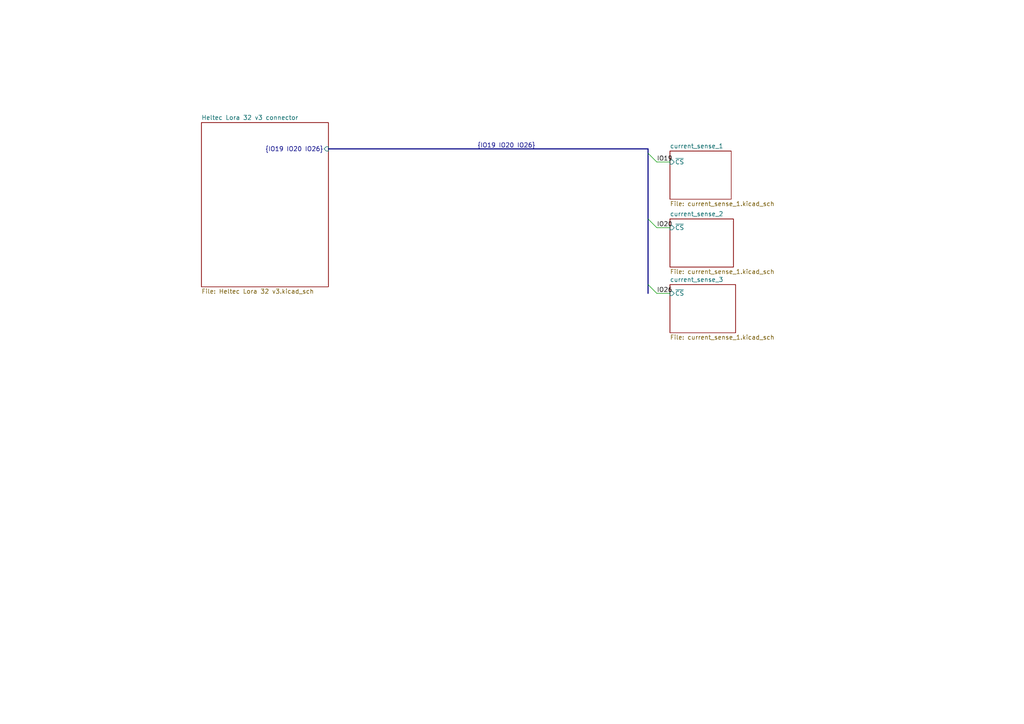
<source format=kicad_sch>
(kicad_sch
	(version 20231120)
	(generator "eeschema")
	(generator_version "8.0")
	(uuid "dbd8ba43-d498-4323-a547-19d121a17fa6")
	(paper "A4")
	(title_block
		(title "LoraPowah")
		(date "2024-06-12")
		(rev "1.0")
		(company "Trinaps / Enerwize")
		(comment 1 "Julien Escario")
	)
	(lib_symbols)
	(bus_entry
		(at 187.96 63.5)
		(size 2.54 2.54)
		(stroke
			(width 0)
			(type default)
		)
		(uuid "1a9b2089-ed34-4f5f-8790-daae1d91d3d9")
	)
	(bus_entry
		(at 187.96 44.45)
		(size 2.54 2.54)
		(stroke
			(width 0)
			(type default)
		)
		(uuid "54259d7e-2ab7-4d47-8777-c6e5c24e0a94")
	)
	(bus_entry
		(at 187.96 82.55)
		(size 2.54 2.54)
		(stroke
			(width 0)
			(type default)
		)
		(uuid "5b62908c-de25-4e09-a524-3656c666fc4f")
	)
	(bus
		(pts
			(xy 187.96 63.5) (xy 187.96 82.55)
		)
		(stroke
			(width 0)
			(type default)
		)
		(uuid "03da8c30-68c8-44f1-ae4f-6b405ae6a8b0")
	)
	(bus
		(pts
			(xy 187.96 82.55) (xy 187.96 85.09)
		)
		(stroke
			(width 0)
			(type default)
		)
		(uuid "049b8a22-046e-44f0-98bf-3442204a1e32")
	)
	(bus
		(pts
			(xy 187.96 44.45) (xy 187.96 63.5)
		)
		(stroke
			(width 0)
			(type default)
		)
		(uuid "306e74af-2b44-4377-9dad-27cc87ff6004")
	)
	(bus
		(pts
			(xy 95.25 43.18) (xy 187.96 43.18)
		)
		(stroke
			(width 0)
			(type default)
		)
		(uuid "5d43118d-a577-4881-840a-14b1a2961304")
	)
	(bus
		(pts
			(xy 187.96 43.18) (xy 187.96 44.45)
		)
		(stroke
			(width 0)
			(type default)
		)
		(uuid "7c103737-aff5-47dd-bb1c-54684b3668a6")
	)
	(wire
		(pts
			(xy 190.5 85.09) (xy 194.31 85.09)
		)
		(stroke
			(width 0)
			(type default)
		)
		(uuid "b6b0a70d-7086-4177-91d7-001bd27b20f4")
	)
	(wire
		(pts
			(xy 190.5 66.04) (xy 194.31 66.04)
		)
		(stroke
			(width 0)
			(type default)
		)
		(uuid "e1ef3ce7-42c9-465f-9c58-5dd54f079c40")
	)
	(wire
		(pts
			(xy 190.5 46.99) (xy 194.31 46.99)
		)
		(stroke
			(width 0)
			(type default)
		)
		(uuid "e60c25d5-47a9-4677-a174-2b855d8043f6")
	)
	(label "IO19"
		(at 190.5 46.99 0)
		(fields_autoplaced yes)
		(effects
			(font
				(size 1.27 1.27)
			)
			(justify left bottom)
		)
		(uuid "05a3e887-1026-4831-b414-48038840a603")
	)
	(label "IO20"
		(at 190.5 66.04 0)
		(fields_autoplaced yes)
		(effects
			(font
				(size 1.27 1.27)
			)
			(justify left bottom)
		)
		(uuid "08d97d03-61aa-4e7f-be62-3a6a6feb39d9")
	)
	(label "{IO19 IO20 IO26}"
		(at 138.43 43.18 0)
		(fields_autoplaced yes)
		(effects
			(font
				(size 1.27 1.27)
			)
			(justify left bottom)
		)
		(uuid "47d54b5e-8eee-4834-a367-1b830341ebff")
	)
	(label "IO26"
		(at 190.5 85.09 0)
		(fields_autoplaced yes)
		(effects
			(font
				(size 1.27 1.27)
			)
			(justify left bottom)
		)
		(uuid "76dc2647-aaa9-4b9d-8bee-d7c17cf449c5")
	)
	(sheet
		(at 58.42 35.56)
		(size 36.83 47.625)
		(fields_autoplaced yes)
		(stroke
			(width 0.1524)
			(type solid)
		)
		(fill
			(color 0 0 0 0.0000)
		)
		(uuid "31ffc315-27ec-468f-a345-4dfd56547e76")
		(property "Sheetname" "Heltec Lora 32 v3 connector"
			(at 58.42 34.8484 0)
			(effects
				(font
					(size 1.27 1.27)
				)
				(justify left bottom)
			)
		)
		(property "Sheetfile" "Heltec Lora 32 v3.kicad_sch"
			(at 58.42 83.7696 0)
			(effects
				(font
					(size 1.27 1.27)
				)
				(justify left top)
			)
		)
		(pin "{IO19 IO20 IO26}" input
			(at 95.25 43.18 0)
			(effects
				(font
					(size 1.27 1.27)
				)
				(justify right)
			)
			(uuid "96582fb3-c631-4466-91f6-321e4067f7f9")
		)
		(instances
			(project "Lora-Mainboard"
				(path "/dbd8ba43-d498-4323-a547-19d121a17fa6"
					(page "2")
				)
			)
		)
	)
	(sheet
		(at 194.31 63.5)
		(size 18.415 13.97)
		(fields_autoplaced yes)
		(stroke
			(width 0.1524)
			(type solid)
		)
		(fill
			(color 0 0 0 0.0000)
		)
		(uuid "5cc3e7e9-6ae0-4c1a-89f0-26741cd67766")
		(property "Sheetname" "current_sense_2"
			(at 194.31 62.7884 0)
			(effects
				(font
					(size 1.27 1.27)
				)
				(justify left bottom)
			)
		)
		(property "Sheetfile" "current_sense_1.kicad_sch"
			(at 194.31 78.0546 0)
			(effects
				(font
					(size 1.27 1.27)
				)
				(justify left top)
			)
		)
		(pin "~{CS}" input
			(at 194.31 66.04 180)
			(effects
				(font
					(size 1.27 1.27)
				)
				(justify left)
			)
			(uuid "d636c50f-ea99-45be-95c8-99da7827c3e6")
		)
		(instances
			(project "Lora-Mainboard"
				(path "/dbd8ba43-d498-4323-a547-19d121a17fa6"
					(page "4")
				)
			)
		)
	)
	(sheet
		(at 194.31 43.815)
		(size 17.78 13.97)
		(fields_autoplaced yes)
		(stroke
			(width 0.1524)
			(type solid)
		)
		(fill
			(color 0 0 0 0.0000)
		)
		(uuid "942329d2-d12d-447a-ba42-7fb9ab5f1c57")
		(property "Sheetname" "current_sense_1"
			(at 194.31 43.1034 0)
			(effects
				(font
					(size 1.27 1.27)
				)
				(justify left bottom)
			)
		)
		(property "Sheetfile" "current_sense_1.kicad_sch"
			(at 194.31 58.3696 0)
			(effects
				(font
					(size 1.27 1.27)
				)
				(justify left top)
			)
		)
		(pin "~{CS}" input
			(at 194.31 46.99 180)
			(effects
				(font
					(size 1.27 1.27)
				)
				(justify left)
			)
			(uuid "32649163-71b5-4ca3-a8ec-1dc1dfe0d4d2")
		)
		(instances
			(project "Lora-Mainboard"
				(path "/dbd8ba43-d498-4323-a547-19d121a17fa6"
					(page "3")
				)
			)
		)
	)
	(sheet
		(at 194.31 82.55)
		(size 19.05 13.97)
		(fields_autoplaced yes)
		(stroke
			(width 0.1524)
			(type solid)
		)
		(fill
			(color 0 0 0 0.0000)
		)
		(uuid "aa43ca24-2c9a-4066-a761-82d0c53be5a9")
		(property "Sheetname" "current_sense_3"
			(at 194.31 81.8384 0)
			(effects
				(font
					(size 1.27 1.27)
				)
				(justify left bottom)
			)
		)
		(property "Sheetfile" "current_sense_1.kicad_sch"
			(at 194.31 97.1046 0)
			(effects
				(font
					(size 1.27 1.27)
				)
				(justify left top)
			)
		)
		(pin "~{CS}" input
			(at 194.31 85.09 180)
			(effects
				(font
					(size 1.27 1.27)
				)
				(justify left)
			)
			(uuid "8bdaf67c-61fc-46b3-9947-3f74f8f61636")
		)
		(instances
			(project "Lora-Mainboard"
				(path "/dbd8ba43-d498-4323-a547-19d121a17fa6"
					(page "5")
				)
			)
		)
	)
	(sheet_instances
		(path "/"
			(page "1")
		)
	)
)

</source>
